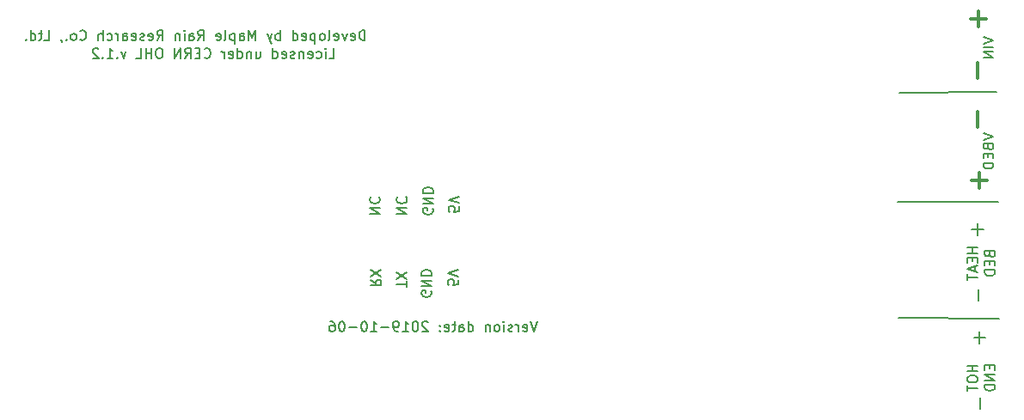
<source format=gbo>
G04 #@! TF.GenerationSoftware,KiCad,Pcbnew,5.0.2-bee76a0~70~ubuntu18.04.1*
G04 #@! TF.CreationDate,2019-10-06T12:17:10+09:00*
G04 #@! TF.ProjectId,MRR_ESPA,4d52525f-4553-4504-912e-6b696361645f,v1.3*
G04 #@! TF.SameCoordinates,Original*
G04 #@! TF.FileFunction,Legend,Bot*
G04 #@! TF.FilePolarity,Positive*
%FSLAX46Y46*%
G04 Gerber Fmt 4.6, Leading zero omitted, Abs format (unit mm)*
G04 Created by KiCad (PCBNEW 5.0.2-bee76a0~70~ubuntu18.04.1) date Sun 06 Oct 2019 12:17:10 PM JST*
%MOMM*%
%LPD*%
G01*
G04 APERTURE LIST*
%ADD10C,0.200000*%
%ADD11C,0.300000*%
G04 APERTURE END LIST*
D10*
X144150000Y-97200000D02*
X134300000Y-97150000D01*
X144050000Y-85750000D02*
X134200000Y-85750000D01*
X143900000Y-74900000D02*
X134350000Y-74950000D01*
X142052380Y-101859523D02*
X141052380Y-101859523D01*
X141528571Y-101859523D02*
X141528571Y-102430952D01*
X142052380Y-102430952D02*
X141052380Y-102430952D01*
X141052380Y-103097619D02*
X141052380Y-103288095D01*
X141100000Y-103383333D01*
X141195238Y-103478571D01*
X141385714Y-103526190D01*
X141719047Y-103526190D01*
X141909523Y-103478571D01*
X142004761Y-103383333D01*
X142052380Y-103288095D01*
X142052380Y-103097619D01*
X142004761Y-103002380D01*
X141909523Y-102907142D01*
X141719047Y-102859523D01*
X141385714Y-102859523D01*
X141195238Y-102907142D01*
X141100000Y-103002380D01*
X141052380Y-103097619D01*
X141052380Y-103811904D02*
X141052380Y-104383333D01*
X142052380Y-104097619D02*
X141052380Y-104097619D01*
X143228571Y-101811904D02*
X143228571Y-102145238D01*
X143752380Y-102288095D02*
X143752380Y-101811904D01*
X142752380Y-101811904D01*
X142752380Y-102288095D01*
X143752380Y-102716666D02*
X142752380Y-102716666D01*
X143752380Y-103288095D01*
X142752380Y-103288095D01*
X143752380Y-103764285D02*
X142752380Y-103764285D01*
X142752380Y-104002380D01*
X142800000Y-104145238D01*
X142895238Y-104240476D01*
X142990476Y-104288095D01*
X143180952Y-104335714D01*
X143323809Y-104335714D01*
X143514285Y-104288095D01*
X143609523Y-104240476D01*
X143704761Y-104145238D01*
X143752380Y-104002380D01*
X143752380Y-103764285D01*
X142052380Y-90202380D02*
X141052380Y-90202380D01*
X141528571Y-90202380D02*
X141528571Y-90773809D01*
X142052380Y-90773809D02*
X141052380Y-90773809D01*
X141528571Y-91250000D02*
X141528571Y-91583333D01*
X142052380Y-91726190D02*
X142052380Y-91250000D01*
X141052380Y-91250000D01*
X141052380Y-91726190D01*
X141766666Y-92107142D02*
X141766666Y-92583333D01*
X142052380Y-92011904D02*
X141052380Y-92345238D01*
X142052380Y-92678571D01*
X141052380Y-92869047D02*
X141052380Y-93440476D01*
X142052380Y-93154761D02*
X141052380Y-93154761D01*
X143228571Y-90869047D02*
X143276190Y-91011904D01*
X143323809Y-91059523D01*
X143419047Y-91107142D01*
X143561904Y-91107142D01*
X143657142Y-91059523D01*
X143704761Y-91011904D01*
X143752380Y-90916666D01*
X143752380Y-90535714D01*
X142752380Y-90535714D01*
X142752380Y-90869047D01*
X142800000Y-90964285D01*
X142847619Y-91011904D01*
X142942857Y-91059523D01*
X143038095Y-91059523D01*
X143133333Y-91011904D01*
X143180952Y-90964285D01*
X143228571Y-90869047D01*
X143228571Y-90535714D01*
X143228571Y-91535714D02*
X143228571Y-91869047D01*
X143752380Y-92011904D02*
X143752380Y-91535714D01*
X142752380Y-91535714D01*
X142752380Y-92011904D01*
X143752380Y-92440476D02*
X142752380Y-92440476D01*
X142752380Y-92678571D01*
X142800000Y-92821428D01*
X142895238Y-92916666D01*
X142990476Y-92964285D01*
X143180952Y-93011904D01*
X143323809Y-93011904D01*
X143514285Y-92964285D01*
X143609523Y-92916666D01*
X143704761Y-92821428D01*
X143752380Y-92678571D01*
X143752380Y-92440476D01*
X142602380Y-78964285D02*
X143602380Y-79297619D01*
X142602380Y-79630952D01*
X143078571Y-80297619D02*
X143126190Y-80440476D01*
X143173809Y-80488095D01*
X143269047Y-80535714D01*
X143411904Y-80535714D01*
X143507142Y-80488095D01*
X143554761Y-80440476D01*
X143602380Y-80345238D01*
X143602380Y-79964285D01*
X142602380Y-79964285D01*
X142602380Y-80297619D01*
X142650000Y-80392857D01*
X142697619Y-80440476D01*
X142792857Y-80488095D01*
X142888095Y-80488095D01*
X142983333Y-80440476D01*
X143030952Y-80392857D01*
X143078571Y-80297619D01*
X143078571Y-79964285D01*
X143078571Y-80964285D02*
X143078571Y-81297619D01*
X143602380Y-81440476D02*
X143602380Y-80964285D01*
X142602380Y-80964285D01*
X142602380Y-81440476D01*
X143602380Y-81869047D02*
X142602380Y-81869047D01*
X142602380Y-82107142D01*
X142650000Y-82250000D01*
X142745238Y-82345238D01*
X142840476Y-82392857D01*
X143030952Y-82440476D01*
X143173809Y-82440476D01*
X143364285Y-82392857D01*
X143459523Y-82345238D01*
X143554761Y-82250000D01*
X143602380Y-82107142D01*
X143602380Y-81869047D01*
X142602380Y-69454761D02*
X143602380Y-69788095D01*
X142602380Y-70121428D01*
X143602380Y-70454761D02*
X142602380Y-70454761D01*
X143602380Y-70930952D02*
X142602380Y-70930952D01*
X143602380Y-71502380D01*
X142602380Y-71502380D01*
X142317142Y-106136428D02*
X142317142Y-104993571D01*
X142242142Y-99686428D02*
X142242142Y-98543571D01*
X142813571Y-99115000D02*
X141670714Y-99115000D01*
X142057142Y-89006428D02*
X142057142Y-87863571D01*
X142628571Y-88435000D02*
X141485714Y-88435000D01*
X142132142Y-95456428D02*
X142132142Y-94313571D01*
D11*
X141398095Y-67722857D02*
X142921904Y-67722857D01*
X142160000Y-68484761D02*
X142160000Y-66960952D01*
X142052857Y-73541904D02*
X142052857Y-72018095D01*
X141438095Y-83612857D02*
X142961904Y-83612857D01*
X142200000Y-84374761D02*
X142200000Y-82850952D01*
X142082857Y-78331904D02*
X142082857Y-76808095D01*
D10*
X98677714Y-97496380D02*
X98344380Y-98496380D01*
X98011047Y-97496380D01*
X97296761Y-98448761D02*
X97392000Y-98496380D01*
X97582476Y-98496380D01*
X97677714Y-98448761D01*
X97725333Y-98353523D01*
X97725333Y-97972571D01*
X97677714Y-97877333D01*
X97582476Y-97829714D01*
X97392000Y-97829714D01*
X97296761Y-97877333D01*
X97249142Y-97972571D01*
X97249142Y-98067809D01*
X97725333Y-98163047D01*
X96820571Y-98496380D02*
X96820571Y-97829714D01*
X96820571Y-98020190D02*
X96772952Y-97924952D01*
X96725333Y-97877333D01*
X96630095Y-97829714D01*
X96534857Y-97829714D01*
X96249142Y-98448761D02*
X96153904Y-98496380D01*
X95963428Y-98496380D01*
X95868190Y-98448761D01*
X95820571Y-98353523D01*
X95820571Y-98305904D01*
X95868190Y-98210666D01*
X95963428Y-98163047D01*
X96106285Y-98163047D01*
X96201523Y-98115428D01*
X96249142Y-98020190D01*
X96249142Y-97972571D01*
X96201523Y-97877333D01*
X96106285Y-97829714D01*
X95963428Y-97829714D01*
X95868190Y-97877333D01*
X95391999Y-98496380D02*
X95391999Y-97829714D01*
X95391999Y-97496380D02*
X95439619Y-97544000D01*
X95391999Y-97591619D01*
X95344380Y-97544000D01*
X95391999Y-97496380D01*
X95391999Y-97591619D01*
X94772952Y-98496380D02*
X94868190Y-98448761D01*
X94915809Y-98401142D01*
X94963428Y-98305904D01*
X94963428Y-98020190D01*
X94915809Y-97924952D01*
X94868190Y-97877333D01*
X94772952Y-97829714D01*
X94630095Y-97829714D01*
X94534857Y-97877333D01*
X94487238Y-97924952D01*
X94439619Y-98020190D01*
X94439619Y-98305904D01*
X94487238Y-98401142D01*
X94534857Y-98448761D01*
X94630095Y-98496380D01*
X94772952Y-98496380D01*
X94011047Y-97829714D02*
X94011047Y-98496380D01*
X94011047Y-97924952D02*
X93963428Y-97877333D01*
X93868190Y-97829714D01*
X93725333Y-97829714D01*
X93630095Y-97877333D01*
X93582476Y-97972571D01*
X93582476Y-98496380D01*
X91915809Y-98496380D02*
X91915809Y-97496380D01*
X91915809Y-98448761D02*
X92011047Y-98496380D01*
X92201523Y-98496380D01*
X92296761Y-98448761D01*
X92344380Y-98401142D01*
X92391999Y-98305904D01*
X92391999Y-98020190D01*
X92344380Y-97924952D01*
X92296761Y-97877333D01*
X92201523Y-97829714D01*
X92011047Y-97829714D01*
X91915809Y-97877333D01*
X91011047Y-98496380D02*
X91011047Y-97972571D01*
X91058666Y-97877333D01*
X91153904Y-97829714D01*
X91344380Y-97829714D01*
X91439619Y-97877333D01*
X91011047Y-98448761D02*
X91106285Y-98496380D01*
X91344380Y-98496380D01*
X91439619Y-98448761D01*
X91487238Y-98353523D01*
X91487238Y-98258285D01*
X91439619Y-98163047D01*
X91344380Y-98115428D01*
X91106285Y-98115428D01*
X91011047Y-98067809D01*
X90677714Y-97829714D02*
X90296761Y-97829714D01*
X90534857Y-97496380D02*
X90534857Y-98353523D01*
X90487238Y-98448761D01*
X90391999Y-98496380D01*
X90296761Y-98496380D01*
X89582476Y-98448761D02*
X89677714Y-98496380D01*
X89868190Y-98496380D01*
X89963428Y-98448761D01*
X90011047Y-98353523D01*
X90011047Y-97972571D01*
X89963428Y-97877333D01*
X89868190Y-97829714D01*
X89677714Y-97829714D01*
X89582476Y-97877333D01*
X89534857Y-97972571D01*
X89534857Y-98067809D01*
X90011047Y-98163047D01*
X89106285Y-98401142D02*
X89058666Y-98448761D01*
X89106285Y-98496380D01*
X89153904Y-98448761D01*
X89106285Y-98401142D01*
X89106285Y-98496380D01*
X89106285Y-97877333D02*
X89058666Y-97924952D01*
X89106285Y-97972571D01*
X89153904Y-97924952D01*
X89106285Y-97877333D01*
X89106285Y-97972571D01*
X87915809Y-97591619D02*
X87868190Y-97544000D01*
X87772952Y-97496380D01*
X87534857Y-97496380D01*
X87439619Y-97544000D01*
X87391999Y-97591619D01*
X87344380Y-97686857D01*
X87344380Y-97782095D01*
X87391999Y-97924952D01*
X87963428Y-98496380D01*
X87344380Y-98496380D01*
X86725333Y-97496380D02*
X86630095Y-97496380D01*
X86534857Y-97544000D01*
X86487238Y-97591619D01*
X86439619Y-97686857D01*
X86391999Y-97877333D01*
X86391999Y-98115428D01*
X86439619Y-98305904D01*
X86487238Y-98401142D01*
X86534857Y-98448761D01*
X86630095Y-98496380D01*
X86725333Y-98496380D01*
X86820571Y-98448761D01*
X86868190Y-98401142D01*
X86915809Y-98305904D01*
X86963428Y-98115428D01*
X86963428Y-97877333D01*
X86915809Y-97686857D01*
X86868190Y-97591619D01*
X86820571Y-97544000D01*
X86725333Y-97496380D01*
X85439619Y-98496380D02*
X86011047Y-98496380D01*
X85725333Y-98496380D02*
X85725333Y-97496380D01*
X85820571Y-97639238D01*
X85915809Y-97734476D01*
X86011047Y-97782095D01*
X84963428Y-98496380D02*
X84772952Y-98496380D01*
X84677714Y-98448761D01*
X84630095Y-98401142D01*
X84534857Y-98258285D01*
X84487238Y-98067809D01*
X84487238Y-97686857D01*
X84534857Y-97591619D01*
X84582476Y-97544000D01*
X84677714Y-97496380D01*
X84868190Y-97496380D01*
X84963428Y-97544000D01*
X85011047Y-97591619D01*
X85058666Y-97686857D01*
X85058666Y-97924952D01*
X85011047Y-98020190D01*
X84963428Y-98067809D01*
X84868190Y-98115428D01*
X84677714Y-98115428D01*
X84582476Y-98067809D01*
X84534857Y-98020190D01*
X84487238Y-97924952D01*
X84058666Y-98115428D02*
X83296761Y-98115428D01*
X82296761Y-98496380D02*
X82868190Y-98496380D01*
X82582476Y-98496380D02*
X82582476Y-97496380D01*
X82677714Y-97639238D01*
X82772952Y-97734476D01*
X82868190Y-97782095D01*
X81677714Y-97496380D02*
X81582476Y-97496380D01*
X81487238Y-97544000D01*
X81439619Y-97591619D01*
X81391999Y-97686857D01*
X81344380Y-97877333D01*
X81344380Y-98115428D01*
X81391999Y-98305904D01*
X81439619Y-98401142D01*
X81487238Y-98448761D01*
X81582476Y-98496380D01*
X81677714Y-98496380D01*
X81772952Y-98448761D01*
X81820571Y-98401142D01*
X81868190Y-98305904D01*
X81915809Y-98115428D01*
X81915809Y-97877333D01*
X81868190Y-97686857D01*
X81820571Y-97591619D01*
X81772952Y-97544000D01*
X81677714Y-97496380D01*
X80915809Y-98115428D02*
X80153904Y-98115428D01*
X79487238Y-97496380D02*
X79391999Y-97496380D01*
X79296761Y-97544000D01*
X79249142Y-97591619D01*
X79201523Y-97686857D01*
X79153904Y-97877333D01*
X79153904Y-98115428D01*
X79201523Y-98305904D01*
X79249142Y-98401142D01*
X79296761Y-98448761D01*
X79391999Y-98496380D01*
X79487238Y-98496380D01*
X79582476Y-98448761D01*
X79630095Y-98401142D01*
X79677714Y-98305904D01*
X79725333Y-98115428D01*
X79725333Y-97877333D01*
X79677714Y-97686857D01*
X79630095Y-97591619D01*
X79582476Y-97544000D01*
X79487238Y-97496380D01*
X78296761Y-97496380D02*
X78487238Y-97496380D01*
X78582476Y-97544000D01*
X78630095Y-97591619D01*
X78725333Y-97734476D01*
X78772952Y-97924952D01*
X78772952Y-98305904D01*
X78725333Y-98401142D01*
X78677714Y-98448761D01*
X78582476Y-98496380D01*
X78391999Y-98496380D01*
X78296761Y-98448761D01*
X78249142Y-98401142D01*
X78201523Y-98305904D01*
X78201523Y-98067809D01*
X78249142Y-97972571D01*
X78296761Y-97924952D01*
X78391999Y-97877333D01*
X78582476Y-97877333D01*
X78677714Y-97924952D01*
X78725333Y-97972571D01*
X78772952Y-98067809D01*
X81714476Y-69794380D02*
X81714476Y-68794380D01*
X81476380Y-68794380D01*
X81333523Y-68842000D01*
X81238285Y-68937238D01*
X81190666Y-69032476D01*
X81143047Y-69222952D01*
X81143047Y-69365809D01*
X81190666Y-69556285D01*
X81238285Y-69651523D01*
X81333523Y-69746761D01*
X81476380Y-69794380D01*
X81714476Y-69794380D01*
X80333523Y-69746761D02*
X80428761Y-69794380D01*
X80619238Y-69794380D01*
X80714476Y-69746761D01*
X80762095Y-69651523D01*
X80762095Y-69270571D01*
X80714476Y-69175333D01*
X80619238Y-69127714D01*
X80428761Y-69127714D01*
X80333523Y-69175333D01*
X80285904Y-69270571D01*
X80285904Y-69365809D01*
X80762095Y-69461047D01*
X79952571Y-69127714D02*
X79714476Y-69794380D01*
X79476380Y-69127714D01*
X78714476Y-69746761D02*
X78809714Y-69794380D01*
X79000190Y-69794380D01*
X79095428Y-69746761D01*
X79143047Y-69651523D01*
X79143047Y-69270571D01*
X79095428Y-69175333D01*
X79000190Y-69127714D01*
X78809714Y-69127714D01*
X78714476Y-69175333D01*
X78666857Y-69270571D01*
X78666857Y-69365809D01*
X79143047Y-69461047D01*
X78095428Y-69794380D02*
X78190666Y-69746761D01*
X78238285Y-69651523D01*
X78238285Y-68794380D01*
X77571619Y-69794380D02*
X77666857Y-69746761D01*
X77714476Y-69699142D01*
X77762095Y-69603904D01*
X77762095Y-69318190D01*
X77714476Y-69222952D01*
X77666857Y-69175333D01*
X77571619Y-69127714D01*
X77428761Y-69127714D01*
X77333523Y-69175333D01*
X77285904Y-69222952D01*
X77238285Y-69318190D01*
X77238285Y-69603904D01*
X77285904Y-69699142D01*
X77333523Y-69746761D01*
X77428761Y-69794380D01*
X77571619Y-69794380D01*
X76809714Y-69127714D02*
X76809714Y-70127714D01*
X76809714Y-69175333D02*
X76714476Y-69127714D01*
X76524000Y-69127714D01*
X76428761Y-69175333D01*
X76381142Y-69222952D01*
X76333523Y-69318190D01*
X76333523Y-69603904D01*
X76381142Y-69699142D01*
X76428761Y-69746761D01*
X76524000Y-69794380D01*
X76714476Y-69794380D01*
X76809714Y-69746761D01*
X75524000Y-69746761D02*
X75619238Y-69794380D01*
X75809714Y-69794380D01*
X75904952Y-69746761D01*
X75952571Y-69651523D01*
X75952571Y-69270571D01*
X75904952Y-69175333D01*
X75809714Y-69127714D01*
X75619238Y-69127714D01*
X75524000Y-69175333D01*
X75476380Y-69270571D01*
X75476380Y-69365809D01*
X75952571Y-69461047D01*
X74619238Y-69794380D02*
X74619238Y-68794380D01*
X74619238Y-69746761D02*
X74714476Y-69794380D01*
X74904952Y-69794380D01*
X75000190Y-69746761D01*
X75047809Y-69699142D01*
X75095428Y-69603904D01*
X75095428Y-69318190D01*
X75047809Y-69222952D01*
X75000190Y-69175333D01*
X74904952Y-69127714D01*
X74714476Y-69127714D01*
X74619238Y-69175333D01*
X73381142Y-69794380D02*
X73381142Y-68794380D01*
X73381142Y-69175333D02*
X73285904Y-69127714D01*
X73095428Y-69127714D01*
X73000190Y-69175333D01*
X72952571Y-69222952D01*
X72904952Y-69318190D01*
X72904952Y-69603904D01*
X72952571Y-69699142D01*
X73000190Y-69746761D01*
X73095428Y-69794380D01*
X73285904Y-69794380D01*
X73381142Y-69746761D01*
X72571619Y-69127714D02*
X72333523Y-69794380D01*
X72095428Y-69127714D02*
X72333523Y-69794380D01*
X72428761Y-70032476D01*
X72476380Y-70080095D01*
X72571619Y-70127714D01*
X70952571Y-69794380D02*
X70952571Y-68794380D01*
X70619238Y-69508666D01*
X70285904Y-68794380D01*
X70285904Y-69794380D01*
X69381142Y-69794380D02*
X69381142Y-69270571D01*
X69428761Y-69175333D01*
X69524000Y-69127714D01*
X69714476Y-69127714D01*
X69809714Y-69175333D01*
X69381142Y-69746761D02*
X69476380Y-69794380D01*
X69714476Y-69794380D01*
X69809714Y-69746761D01*
X69857333Y-69651523D01*
X69857333Y-69556285D01*
X69809714Y-69461047D01*
X69714476Y-69413428D01*
X69476380Y-69413428D01*
X69381142Y-69365809D01*
X68904952Y-69127714D02*
X68904952Y-70127714D01*
X68904952Y-69175333D02*
X68809714Y-69127714D01*
X68619238Y-69127714D01*
X68524000Y-69175333D01*
X68476380Y-69222952D01*
X68428761Y-69318190D01*
X68428761Y-69603904D01*
X68476380Y-69699142D01*
X68524000Y-69746761D01*
X68619238Y-69794380D01*
X68809714Y-69794380D01*
X68904952Y-69746761D01*
X67857333Y-69794380D02*
X67952571Y-69746761D01*
X68000190Y-69651523D01*
X68000190Y-68794380D01*
X67095428Y-69746761D02*
X67190666Y-69794380D01*
X67381142Y-69794380D01*
X67476380Y-69746761D01*
X67524000Y-69651523D01*
X67524000Y-69270571D01*
X67476380Y-69175333D01*
X67381142Y-69127714D01*
X67190666Y-69127714D01*
X67095428Y-69175333D01*
X67047809Y-69270571D01*
X67047809Y-69365809D01*
X67524000Y-69461047D01*
X65285904Y-69794380D02*
X65619238Y-69318190D01*
X65857333Y-69794380D02*
X65857333Y-68794380D01*
X65476380Y-68794380D01*
X65381142Y-68842000D01*
X65333523Y-68889619D01*
X65285904Y-68984857D01*
X65285904Y-69127714D01*
X65333523Y-69222952D01*
X65381142Y-69270571D01*
X65476380Y-69318190D01*
X65857333Y-69318190D01*
X64428761Y-69794380D02*
X64428761Y-69270571D01*
X64476380Y-69175333D01*
X64571619Y-69127714D01*
X64762095Y-69127714D01*
X64857333Y-69175333D01*
X64428761Y-69746761D02*
X64524000Y-69794380D01*
X64762095Y-69794380D01*
X64857333Y-69746761D01*
X64904952Y-69651523D01*
X64904952Y-69556285D01*
X64857333Y-69461047D01*
X64762095Y-69413428D01*
X64524000Y-69413428D01*
X64428761Y-69365809D01*
X63952571Y-69794380D02*
X63952571Y-69127714D01*
X63952571Y-68794380D02*
X64000190Y-68842000D01*
X63952571Y-68889619D01*
X63904952Y-68842000D01*
X63952571Y-68794380D01*
X63952571Y-68889619D01*
X63476380Y-69127714D02*
X63476380Y-69794380D01*
X63476380Y-69222952D02*
X63428761Y-69175333D01*
X63333523Y-69127714D01*
X63190666Y-69127714D01*
X63095428Y-69175333D01*
X63047809Y-69270571D01*
X63047809Y-69794380D01*
X61238285Y-69794380D02*
X61571619Y-69318190D01*
X61809714Y-69794380D02*
X61809714Y-68794380D01*
X61428761Y-68794380D01*
X61333523Y-68842000D01*
X61285904Y-68889619D01*
X61238285Y-68984857D01*
X61238285Y-69127714D01*
X61285904Y-69222952D01*
X61333523Y-69270571D01*
X61428761Y-69318190D01*
X61809714Y-69318190D01*
X60428761Y-69746761D02*
X60524000Y-69794380D01*
X60714476Y-69794380D01*
X60809714Y-69746761D01*
X60857333Y-69651523D01*
X60857333Y-69270571D01*
X60809714Y-69175333D01*
X60714476Y-69127714D01*
X60524000Y-69127714D01*
X60428761Y-69175333D01*
X60381142Y-69270571D01*
X60381142Y-69365809D01*
X60857333Y-69461047D01*
X60000190Y-69746761D02*
X59904952Y-69794380D01*
X59714476Y-69794380D01*
X59619238Y-69746761D01*
X59571619Y-69651523D01*
X59571619Y-69603904D01*
X59619238Y-69508666D01*
X59714476Y-69461047D01*
X59857333Y-69461047D01*
X59952571Y-69413428D01*
X60000190Y-69318190D01*
X60000190Y-69270571D01*
X59952571Y-69175333D01*
X59857333Y-69127714D01*
X59714476Y-69127714D01*
X59619238Y-69175333D01*
X58762095Y-69746761D02*
X58857333Y-69794380D01*
X59047809Y-69794380D01*
X59143047Y-69746761D01*
X59190666Y-69651523D01*
X59190666Y-69270571D01*
X59143047Y-69175333D01*
X59047809Y-69127714D01*
X58857333Y-69127714D01*
X58762095Y-69175333D01*
X58714476Y-69270571D01*
X58714476Y-69365809D01*
X59190666Y-69461047D01*
X57857333Y-69794380D02*
X57857333Y-69270571D01*
X57904952Y-69175333D01*
X58000190Y-69127714D01*
X58190666Y-69127714D01*
X58285904Y-69175333D01*
X57857333Y-69746761D02*
X57952571Y-69794380D01*
X58190666Y-69794380D01*
X58285904Y-69746761D01*
X58333523Y-69651523D01*
X58333523Y-69556285D01*
X58285904Y-69461047D01*
X58190666Y-69413428D01*
X57952571Y-69413428D01*
X57857333Y-69365809D01*
X57381142Y-69794380D02*
X57381142Y-69127714D01*
X57381142Y-69318190D02*
X57333523Y-69222952D01*
X57285904Y-69175333D01*
X57190666Y-69127714D01*
X57095428Y-69127714D01*
X56333523Y-69746761D02*
X56428761Y-69794380D01*
X56619238Y-69794380D01*
X56714476Y-69746761D01*
X56762095Y-69699142D01*
X56809714Y-69603904D01*
X56809714Y-69318190D01*
X56762095Y-69222952D01*
X56714476Y-69175333D01*
X56619238Y-69127714D01*
X56428761Y-69127714D01*
X56333523Y-69175333D01*
X55904952Y-69794380D02*
X55904952Y-68794380D01*
X55476380Y-69794380D02*
X55476380Y-69270571D01*
X55524000Y-69175333D01*
X55619238Y-69127714D01*
X55762095Y-69127714D01*
X55857333Y-69175333D01*
X55904952Y-69222952D01*
X53666857Y-69699142D02*
X53714476Y-69746761D01*
X53857333Y-69794380D01*
X53952571Y-69794380D01*
X54095428Y-69746761D01*
X54190666Y-69651523D01*
X54238285Y-69556285D01*
X54285904Y-69365809D01*
X54285904Y-69222952D01*
X54238285Y-69032476D01*
X54190666Y-68937238D01*
X54095428Y-68842000D01*
X53952571Y-68794380D01*
X53857333Y-68794380D01*
X53714476Y-68842000D01*
X53666857Y-68889619D01*
X53095428Y-69794380D02*
X53190666Y-69746761D01*
X53238285Y-69699142D01*
X53285904Y-69603904D01*
X53285904Y-69318190D01*
X53238285Y-69222952D01*
X53190666Y-69175333D01*
X53095428Y-69127714D01*
X52952571Y-69127714D01*
X52857333Y-69175333D01*
X52809714Y-69222952D01*
X52762095Y-69318190D01*
X52762095Y-69603904D01*
X52809714Y-69699142D01*
X52857333Y-69746761D01*
X52952571Y-69794380D01*
X53095428Y-69794380D01*
X52333523Y-69699142D02*
X52285904Y-69746761D01*
X52333523Y-69794380D01*
X52381142Y-69746761D01*
X52333523Y-69699142D01*
X52333523Y-69794380D01*
X51809714Y-69746761D02*
X51809714Y-69794380D01*
X51857333Y-69889619D01*
X51904952Y-69937238D01*
X50143047Y-69794380D02*
X50619238Y-69794380D01*
X50619238Y-68794380D01*
X49952571Y-69127714D02*
X49571619Y-69127714D01*
X49809714Y-68794380D02*
X49809714Y-69651523D01*
X49762095Y-69746761D01*
X49666857Y-69794380D01*
X49571619Y-69794380D01*
X48809714Y-69794380D02*
X48809714Y-68794380D01*
X48809714Y-69746761D02*
X48904952Y-69794380D01*
X49095428Y-69794380D01*
X49190666Y-69746761D01*
X49238285Y-69699142D01*
X49285904Y-69603904D01*
X49285904Y-69318190D01*
X49238285Y-69222952D01*
X49190666Y-69175333D01*
X49095428Y-69127714D01*
X48904952Y-69127714D01*
X48809714Y-69175333D01*
X48333523Y-69699142D02*
X48285904Y-69746761D01*
X48333523Y-69794380D01*
X48381142Y-69746761D01*
X48333523Y-69699142D01*
X48333523Y-69794380D01*
X78182952Y-71572380D02*
X78659142Y-71572380D01*
X78659142Y-70572380D01*
X77849619Y-71572380D02*
X77849619Y-70905714D01*
X77849619Y-70572380D02*
X77897238Y-70620000D01*
X77849619Y-70667619D01*
X77802000Y-70620000D01*
X77849619Y-70572380D01*
X77849619Y-70667619D01*
X76944857Y-71524761D02*
X77040095Y-71572380D01*
X77230571Y-71572380D01*
X77325809Y-71524761D01*
X77373428Y-71477142D01*
X77421047Y-71381904D01*
X77421047Y-71096190D01*
X77373428Y-71000952D01*
X77325809Y-70953333D01*
X77230571Y-70905714D01*
X77040095Y-70905714D01*
X76944857Y-70953333D01*
X76135333Y-71524761D02*
X76230571Y-71572380D01*
X76421047Y-71572380D01*
X76516285Y-71524761D01*
X76563904Y-71429523D01*
X76563904Y-71048571D01*
X76516285Y-70953333D01*
X76421047Y-70905714D01*
X76230571Y-70905714D01*
X76135333Y-70953333D01*
X76087714Y-71048571D01*
X76087714Y-71143809D01*
X76563904Y-71239047D01*
X75659142Y-70905714D02*
X75659142Y-71572380D01*
X75659142Y-71000952D02*
X75611523Y-70953333D01*
X75516285Y-70905714D01*
X75373428Y-70905714D01*
X75278190Y-70953333D01*
X75230571Y-71048571D01*
X75230571Y-71572380D01*
X74802000Y-71524761D02*
X74706761Y-71572380D01*
X74516285Y-71572380D01*
X74421047Y-71524761D01*
X74373428Y-71429523D01*
X74373428Y-71381904D01*
X74421047Y-71286666D01*
X74516285Y-71239047D01*
X74659142Y-71239047D01*
X74754380Y-71191428D01*
X74802000Y-71096190D01*
X74802000Y-71048571D01*
X74754380Y-70953333D01*
X74659142Y-70905714D01*
X74516285Y-70905714D01*
X74421047Y-70953333D01*
X73563904Y-71524761D02*
X73659142Y-71572380D01*
X73849619Y-71572380D01*
X73944857Y-71524761D01*
X73992476Y-71429523D01*
X73992476Y-71048571D01*
X73944857Y-70953333D01*
X73849619Y-70905714D01*
X73659142Y-70905714D01*
X73563904Y-70953333D01*
X73516285Y-71048571D01*
X73516285Y-71143809D01*
X73992476Y-71239047D01*
X72659142Y-71572380D02*
X72659142Y-70572380D01*
X72659142Y-71524761D02*
X72754380Y-71572380D01*
X72944857Y-71572380D01*
X73040095Y-71524761D01*
X73087714Y-71477142D01*
X73135333Y-71381904D01*
X73135333Y-71096190D01*
X73087714Y-71000952D01*
X73040095Y-70953333D01*
X72944857Y-70905714D01*
X72754380Y-70905714D01*
X72659142Y-70953333D01*
X70992476Y-70905714D02*
X70992476Y-71572380D01*
X71421047Y-70905714D02*
X71421047Y-71429523D01*
X71373428Y-71524761D01*
X71278190Y-71572380D01*
X71135333Y-71572380D01*
X71040095Y-71524761D01*
X70992476Y-71477142D01*
X70516285Y-70905714D02*
X70516285Y-71572380D01*
X70516285Y-71000952D02*
X70468666Y-70953333D01*
X70373428Y-70905714D01*
X70230571Y-70905714D01*
X70135333Y-70953333D01*
X70087714Y-71048571D01*
X70087714Y-71572380D01*
X69182952Y-71572380D02*
X69182952Y-70572380D01*
X69182952Y-71524761D02*
X69278190Y-71572380D01*
X69468666Y-71572380D01*
X69563904Y-71524761D01*
X69611523Y-71477142D01*
X69659142Y-71381904D01*
X69659142Y-71096190D01*
X69611523Y-71000952D01*
X69563904Y-70953333D01*
X69468666Y-70905714D01*
X69278190Y-70905714D01*
X69182952Y-70953333D01*
X68325809Y-71524761D02*
X68421047Y-71572380D01*
X68611523Y-71572380D01*
X68706761Y-71524761D01*
X68754380Y-71429523D01*
X68754380Y-71048571D01*
X68706761Y-70953333D01*
X68611523Y-70905714D01*
X68421047Y-70905714D01*
X68325809Y-70953333D01*
X68278190Y-71048571D01*
X68278190Y-71143809D01*
X68754380Y-71239047D01*
X67849619Y-71572380D02*
X67849619Y-70905714D01*
X67849619Y-71096190D02*
X67802000Y-71000952D01*
X67754380Y-70953333D01*
X67659142Y-70905714D01*
X67563904Y-70905714D01*
X65897238Y-71477142D02*
X65944857Y-71524761D01*
X66087714Y-71572380D01*
X66182952Y-71572380D01*
X66325809Y-71524761D01*
X66421047Y-71429523D01*
X66468666Y-71334285D01*
X66516285Y-71143809D01*
X66516285Y-71000952D01*
X66468666Y-70810476D01*
X66421047Y-70715238D01*
X66325809Y-70620000D01*
X66182952Y-70572380D01*
X66087714Y-70572380D01*
X65944857Y-70620000D01*
X65897238Y-70667619D01*
X65468666Y-71048571D02*
X65135333Y-71048571D01*
X64992476Y-71572380D02*
X65468666Y-71572380D01*
X65468666Y-70572380D01*
X64992476Y-70572380D01*
X63992476Y-71572380D02*
X64325809Y-71096190D01*
X64563904Y-71572380D02*
X64563904Y-70572380D01*
X64182952Y-70572380D01*
X64087714Y-70620000D01*
X64040095Y-70667619D01*
X63992476Y-70762857D01*
X63992476Y-70905714D01*
X64040095Y-71000952D01*
X64087714Y-71048571D01*
X64182952Y-71096190D01*
X64563904Y-71096190D01*
X63563904Y-71572380D02*
X63563904Y-70572380D01*
X62992476Y-71572380D01*
X62992476Y-70572380D01*
X61563904Y-70572380D02*
X61373428Y-70572380D01*
X61278190Y-70620000D01*
X61182952Y-70715238D01*
X61135333Y-70905714D01*
X61135333Y-71239047D01*
X61182952Y-71429523D01*
X61278190Y-71524761D01*
X61373428Y-71572380D01*
X61563904Y-71572380D01*
X61659142Y-71524761D01*
X61754380Y-71429523D01*
X61802000Y-71239047D01*
X61802000Y-70905714D01*
X61754380Y-70715238D01*
X61659142Y-70620000D01*
X61563904Y-70572380D01*
X60706761Y-71572380D02*
X60706761Y-70572380D01*
X60706761Y-71048571D02*
X60135333Y-71048571D01*
X60135333Y-71572380D02*
X60135333Y-70572380D01*
X59182952Y-71572380D02*
X59659142Y-71572380D01*
X59659142Y-70572380D01*
X58182952Y-70905714D02*
X57944857Y-71572380D01*
X57706761Y-70905714D01*
X57325809Y-71477142D02*
X57278190Y-71524761D01*
X57325809Y-71572380D01*
X57373428Y-71524761D01*
X57325809Y-71477142D01*
X57325809Y-71572380D01*
X56325809Y-71572380D02*
X56897238Y-71572380D01*
X56611523Y-71572380D02*
X56611523Y-70572380D01*
X56706761Y-70715238D01*
X56802000Y-70810476D01*
X56897238Y-70858095D01*
X55897238Y-71477142D02*
X55849619Y-71524761D01*
X55897238Y-71572380D01*
X55944857Y-71524761D01*
X55897238Y-71477142D01*
X55897238Y-71572380D01*
X55468666Y-70667619D02*
X55421047Y-70620000D01*
X55325809Y-70572380D01*
X55087714Y-70572380D01*
X54992476Y-70620000D01*
X54944857Y-70667619D01*
X54897238Y-70762857D01*
X54897238Y-70858095D01*
X54944857Y-71000952D01*
X55516285Y-71572380D01*
X54897238Y-71572380D01*
X82306866Y-93399106D02*
X82783056Y-93732440D01*
X82306866Y-93970535D02*
X83306866Y-93970535D01*
X83306866Y-93589582D01*
X83259247Y-93494344D01*
X83211627Y-93446725D01*
X83116389Y-93399106D01*
X82973532Y-93399106D01*
X82878294Y-93446725D01*
X82830675Y-93494344D01*
X82783056Y-93589582D01*
X82783056Y-93970535D01*
X83306866Y-93065773D02*
X82306866Y-92399106D01*
X83306866Y-92399106D02*
X82306866Y-93065773D01*
X85806866Y-94119344D02*
X85806866Y-93547916D01*
X84806866Y-93833630D02*
X85806866Y-93833630D01*
X85806866Y-93309820D02*
X84806866Y-92643154D01*
X85806866Y-92643154D02*
X84806866Y-93309820D01*
X82206866Y-86868154D02*
X83206866Y-86868154D01*
X82206866Y-86296725D01*
X83206866Y-86296725D01*
X82302104Y-85249106D02*
X82254485Y-85296725D01*
X82206866Y-85439582D01*
X82206866Y-85534820D01*
X82254485Y-85677678D01*
X82349723Y-85772916D01*
X82444961Y-85820535D01*
X82635437Y-85868154D01*
X82778294Y-85868154D01*
X82968770Y-85820535D01*
X83064008Y-85772916D01*
X83159247Y-85677678D01*
X83206866Y-85534820D01*
X83206866Y-85439582D01*
X83159247Y-85296725D01*
X83111627Y-85249106D01*
X84856866Y-86868154D02*
X85856866Y-86868154D01*
X84856866Y-86296725D01*
X85856866Y-86296725D01*
X84952104Y-85249106D02*
X84904485Y-85296725D01*
X84856866Y-85439582D01*
X84856866Y-85534820D01*
X84904485Y-85677678D01*
X84999723Y-85772916D01*
X85094961Y-85820535D01*
X85285437Y-85868154D01*
X85428294Y-85868154D01*
X85618770Y-85820535D01*
X85714008Y-85772916D01*
X85809247Y-85677678D01*
X85856866Y-85534820D01*
X85856866Y-85439582D01*
X85809247Y-85296725D01*
X85761627Y-85249106D01*
X88384247Y-86394344D02*
X88431866Y-86489582D01*
X88431866Y-86632440D01*
X88384247Y-86775297D01*
X88289008Y-86870535D01*
X88193770Y-86918154D01*
X88003294Y-86965773D01*
X87860437Y-86965773D01*
X87669961Y-86918154D01*
X87574723Y-86870535D01*
X87479485Y-86775297D01*
X87431866Y-86632440D01*
X87431866Y-86537201D01*
X87479485Y-86394344D01*
X87527104Y-86346725D01*
X87860437Y-86346725D01*
X87860437Y-86537201D01*
X87431866Y-85918154D02*
X88431866Y-85918154D01*
X87431866Y-85346725D01*
X88431866Y-85346725D01*
X87431866Y-84870535D02*
X88431866Y-84870535D01*
X88431866Y-84632440D01*
X88384247Y-84489582D01*
X88289008Y-84394344D01*
X88193770Y-84346725D01*
X88003294Y-84299106D01*
X87860437Y-84299106D01*
X87669961Y-84346725D01*
X87574723Y-84394344D01*
X87479485Y-84489582D01*
X87431866Y-84632440D01*
X87431866Y-84870535D01*
X88234247Y-94519344D02*
X88281866Y-94614582D01*
X88281866Y-94757440D01*
X88234247Y-94900297D01*
X88139008Y-94995535D01*
X88043770Y-95043154D01*
X87853294Y-95090773D01*
X87710437Y-95090773D01*
X87519961Y-95043154D01*
X87424723Y-94995535D01*
X87329485Y-94900297D01*
X87281866Y-94757440D01*
X87281866Y-94662201D01*
X87329485Y-94519344D01*
X87377104Y-94471725D01*
X87710437Y-94471725D01*
X87710437Y-94662201D01*
X87281866Y-94043154D02*
X88281866Y-94043154D01*
X87281866Y-93471725D01*
X88281866Y-93471725D01*
X87281866Y-92995535D02*
X88281866Y-92995535D01*
X88281866Y-92757440D01*
X88234247Y-92614582D01*
X88139008Y-92519344D01*
X88043770Y-92471725D01*
X87853294Y-92424106D01*
X87710437Y-92424106D01*
X87519961Y-92471725D01*
X87424723Y-92519344D01*
X87329485Y-92614582D01*
X87281866Y-92757440D01*
X87281866Y-92995535D01*
X90881866Y-93397916D02*
X90881866Y-93874106D01*
X90405675Y-93921725D01*
X90453294Y-93874106D01*
X90500913Y-93778868D01*
X90500913Y-93540773D01*
X90453294Y-93445535D01*
X90405675Y-93397916D01*
X90310437Y-93350297D01*
X90072342Y-93350297D01*
X89977104Y-93397916D01*
X89929485Y-93445535D01*
X89881866Y-93540773D01*
X89881866Y-93778868D01*
X89929485Y-93874106D01*
X89977104Y-93921725D01*
X90881866Y-93064582D02*
X89881866Y-92731249D01*
X90881866Y-92397916D01*
X90956866Y-86172916D02*
X90956866Y-86649106D01*
X90480675Y-86696725D01*
X90528294Y-86649106D01*
X90575913Y-86553868D01*
X90575913Y-86315773D01*
X90528294Y-86220535D01*
X90480675Y-86172916D01*
X90385437Y-86125297D01*
X90147342Y-86125297D01*
X90052104Y-86172916D01*
X90004485Y-86220535D01*
X89956866Y-86315773D01*
X89956866Y-86553868D01*
X90004485Y-86649106D01*
X90052104Y-86696725D01*
X90956866Y-85839582D02*
X89956866Y-85506249D01*
X90956866Y-85172916D01*
M02*

</source>
